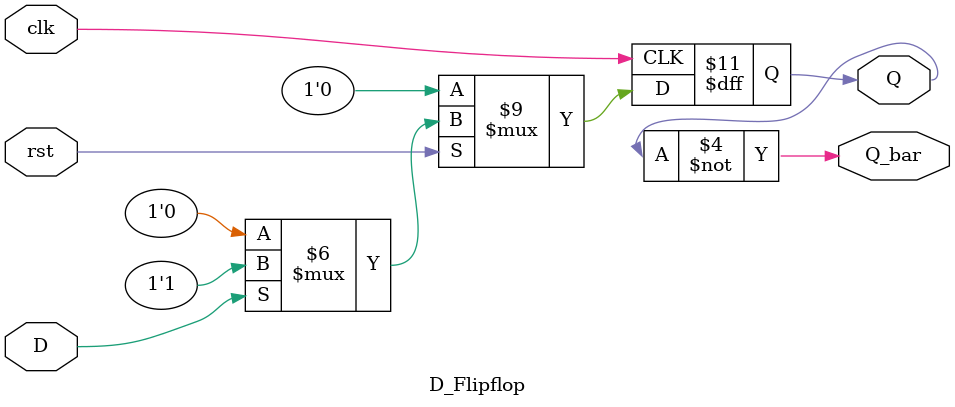
<source format=v>
module D_Flipflop (
	input D,
	input clk, rst,
	output reg Q, Q_bar);
always @(posedge clk)
  begin
    if(!rst)
	Q <= 0;
    else if(D==0)
	Q <= 0;
    else 
	Q <= 1;
  end
assign Q_bar = ~Q;
endmodule


</source>
